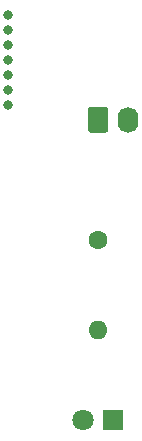
<source format=gbr>
%TF.GenerationSoftware,KiCad,Pcbnew,(5.1.9)-1*%
%TF.CreationDate,2021-01-15T17:16:06+09:00*%
%TF.ProjectId,test2,74657374-322e-46b6-9963-61645f706362,rev?*%
%TF.SameCoordinates,Original*%
%TF.FileFunction,Copper,L2,Bot*%
%TF.FilePolarity,Positive*%
%FSLAX46Y46*%
G04 Gerber Fmt 4.6, Leading zero omitted, Abs format (unit mm)*
G04 Created by KiCad (PCBNEW (5.1.9)-1) date 2021-01-15 17:16:06*
%MOMM*%
%LPD*%
G01*
G04 APERTURE LIST*
%TA.AperFunction,ComponentPad*%
%ADD10R,1.800000X1.800000*%
%TD*%
%TA.AperFunction,ComponentPad*%
%ADD11C,1.800000*%
%TD*%
%TA.AperFunction,ComponentPad*%
%ADD12O,1.740000X2.190000*%
%TD*%
%TA.AperFunction,ComponentPad*%
%ADD13C,1.600000*%
%TD*%
%TA.AperFunction,ComponentPad*%
%ADD14O,1.600000X1.600000*%
%TD*%
%TA.AperFunction,ViaPad*%
%ADD15C,0.800000*%
%TD*%
G04 APERTURE END LIST*
D10*
%TO.P,D1,1*%
%TO.N,GND*%
X146050000Y-118110000D03*
D11*
%TO.P,D1,2*%
%TO.N,Net-(D1-Pad2)*%
X143510000Y-118110000D03*
%TD*%
%TO.P,J1,1*%
%TO.N,+5V*%
%TA.AperFunction,ComponentPad*%
G36*
G01*
X143910000Y-93555001D02*
X143910000Y-91864999D01*
G75*
G02*
X144159999Y-91615000I249999J0D01*
G01*
X145400001Y-91615000D01*
G75*
G02*
X145650000Y-91864999I0J-249999D01*
G01*
X145650000Y-93555001D01*
G75*
G02*
X145400001Y-93805000I-249999J0D01*
G01*
X144159999Y-93805000D01*
G75*
G02*
X143910000Y-93555001I0J249999D01*
G01*
G37*
%TD.AperFunction*%
D12*
%TO.P,J1,2*%
%TO.N,GND*%
X147320000Y-92710000D03*
%TD*%
D13*
%TO.P,R1,1*%
%TO.N,+5V*%
X144780000Y-102870000D03*
D14*
%TO.P,R1,2*%
%TO.N,Net-(D1-Pad2)*%
X144780000Y-110490000D03*
%TD*%
D15*
%TO.N,*%
X137160000Y-83820000D03*
X137160000Y-85090000D03*
X137160000Y-86360000D03*
X137160000Y-87630000D03*
X137160000Y-88900000D03*
X137160000Y-90170000D03*
X137160000Y-91440000D03*
%TD*%
M02*

</source>
